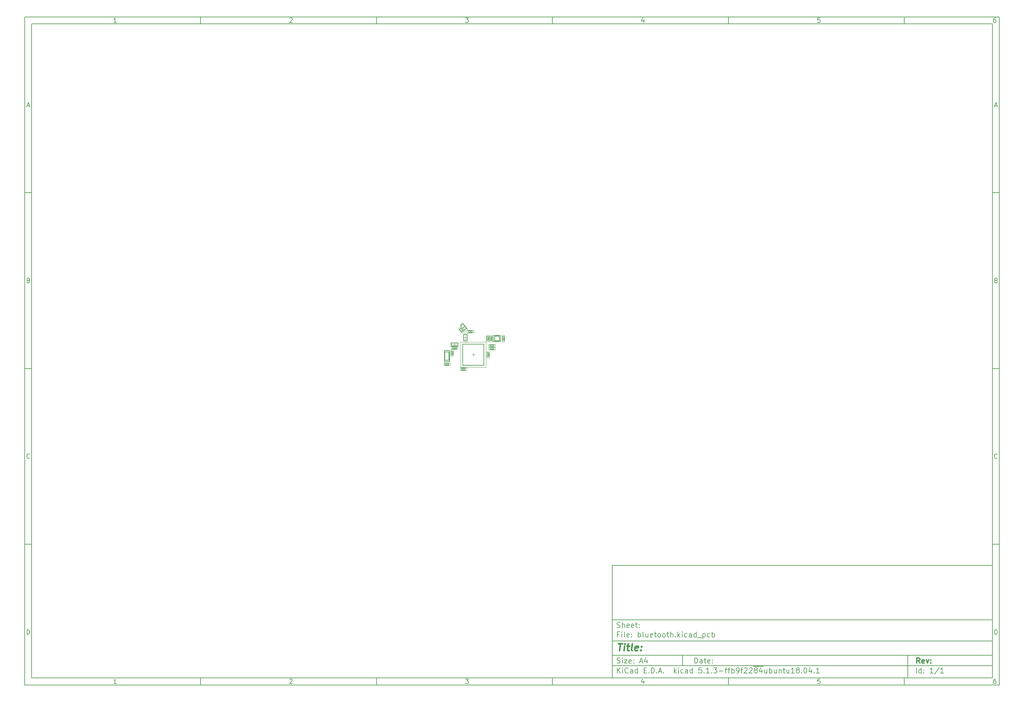
<source format=gbr>
%TF.GenerationSoftware,KiCad,Pcbnew,5.1.3-ffb9f22~84~ubuntu18.04.1*%
%TF.CreationDate,2019-07-25T20:39:45+03:00*%
%TF.ProjectId,bluetooth,626c7565-746f-46f7-9468-2e6b69636164,rev?*%
%TF.SameCoordinates,Original*%
%TF.FileFunction,Other,User*%
%FSLAX45Y45*%
G04 Gerber Fmt 4.5, Leading zero omitted, Abs format (unit mm)*
G04 Created by KiCad (PCBNEW 5.1.3-ffb9f22~84~ubuntu18.04.1) date 2019-07-25 20:39:45*
%MOMM*%
%LPD*%
G04 APERTURE LIST*
%ADD10C,0.100000*%
%ADD11C,0.150000*%
%ADD12C,0.300000*%
%ADD13C,0.400000*%
%ADD14C,0.200000*%
G04 APERTURE END LIST*
D10*
D11*
X17700220Y-16600720D02*
X17700220Y-19800720D01*
X28500220Y-19800720D01*
X28500220Y-16600720D01*
X17700220Y-16600720D01*
D10*
D11*
X1000000Y-1000000D02*
X1000000Y-20000720D01*
X28700220Y-20000720D01*
X28700220Y-1000000D01*
X1000000Y-1000000D01*
D10*
D11*
X1200000Y-1200000D02*
X1200000Y-19800720D01*
X28500220Y-19800720D01*
X28500220Y-1200000D01*
X1200000Y-1200000D01*
D10*
D11*
X6000000Y-1200000D02*
X6000000Y-1000000D01*
D10*
D11*
X11000000Y-1200000D02*
X11000000Y-1000000D01*
D10*
D11*
X16000000Y-1200000D02*
X16000000Y-1000000D01*
D10*
D11*
X21000000Y-1200000D02*
X21000000Y-1000000D01*
D10*
D11*
X26000000Y-1200000D02*
X26000000Y-1000000D01*
D10*
D11*
X3606548Y-1158810D02*
X3532262Y-1158810D01*
X3569405Y-1158810D02*
X3569405Y-1028809D01*
X3557024Y-1047381D01*
X3544643Y-1059762D01*
X3532262Y-1065952D01*
D10*
D11*
X8532262Y-1041190D02*
X8538452Y-1035000D01*
X8550833Y-1028809D01*
X8581786Y-1028809D01*
X8594167Y-1035000D01*
X8600357Y-1041190D01*
X8606548Y-1053571D01*
X8606548Y-1065952D01*
X8600357Y-1084524D01*
X8526071Y-1158810D01*
X8606548Y-1158810D01*
D10*
D11*
X13526071Y-1028809D02*
X13606548Y-1028809D01*
X13563214Y-1078333D01*
X13581786Y-1078333D01*
X13594167Y-1084524D01*
X13600357Y-1090714D01*
X13606548Y-1103095D01*
X13606548Y-1134048D01*
X13600357Y-1146429D01*
X13594167Y-1152619D01*
X13581786Y-1158810D01*
X13544643Y-1158810D01*
X13532262Y-1152619D01*
X13526071Y-1146429D01*
D10*
D11*
X18594167Y-1072143D02*
X18594167Y-1158810D01*
X18563214Y-1022619D02*
X18532262Y-1115476D01*
X18612738Y-1115476D01*
D10*
D11*
X23600357Y-1028809D02*
X23538452Y-1028809D01*
X23532262Y-1090714D01*
X23538452Y-1084524D01*
X23550833Y-1078333D01*
X23581786Y-1078333D01*
X23594167Y-1084524D01*
X23600357Y-1090714D01*
X23606548Y-1103095D01*
X23606548Y-1134048D01*
X23600357Y-1146429D01*
X23594167Y-1152619D01*
X23581786Y-1158810D01*
X23550833Y-1158810D01*
X23538452Y-1152619D01*
X23532262Y-1146429D01*
D10*
D11*
X28594167Y-1028809D02*
X28569405Y-1028809D01*
X28557024Y-1035000D01*
X28550833Y-1041190D01*
X28538452Y-1059762D01*
X28532262Y-1084524D01*
X28532262Y-1134048D01*
X28538452Y-1146429D01*
X28544643Y-1152619D01*
X28557024Y-1158810D01*
X28581786Y-1158810D01*
X28594167Y-1152619D01*
X28600357Y-1146429D01*
X28606548Y-1134048D01*
X28606548Y-1103095D01*
X28600357Y-1090714D01*
X28594167Y-1084524D01*
X28581786Y-1078333D01*
X28557024Y-1078333D01*
X28544643Y-1084524D01*
X28538452Y-1090714D01*
X28532262Y-1103095D01*
D10*
D11*
X6000000Y-19800720D02*
X6000000Y-20000720D01*
D10*
D11*
X11000000Y-19800720D02*
X11000000Y-20000720D01*
D10*
D11*
X16000000Y-19800720D02*
X16000000Y-20000720D01*
D10*
D11*
X21000000Y-19800720D02*
X21000000Y-20000720D01*
D10*
D11*
X26000000Y-19800720D02*
X26000000Y-20000720D01*
D10*
D11*
X3606548Y-19959530D02*
X3532262Y-19959530D01*
X3569405Y-19959530D02*
X3569405Y-19829530D01*
X3557024Y-19848101D01*
X3544643Y-19860482D01*
X3532262Y-19866672D01*
D10*
D11*
X8532262Y-19841910D02*
X8538452Y-19835720D01*
X8550833Y-19829530D01*
X8581786Y-19829530D01*
X8594167Y-19835720D01*
X8600357Y-19841910D01*
X8606548Y-19854291D01*
X8606548Y-19866672D01*
X8600357Y-19885244D01*
X8526071Y-19959530D01*
X8606548Y-19959530D01*
D10*
D11*
X13526071Y-19829530D02*
X13606548Y-19829530D01*
X13563214Y-19879053D01*
X13581786Y-19879053D01*
X13594167Y-19885244D01*
X13600357Y-19891434D01*
X13606548Y-19903815D01*
X13606548Y-19934768D01*
X13600357Y-19947149D01*
X13594167Y-19953339D01*
X13581786Y-19959530D01*
X13544643Y-19959530D01*
X13532262Y-19953339D01*
X13526071Y-19947149D01*
D10*
D11*
X18594167Y-19872863D02*
X18594167Y-19959530D01*
X18563214Y-19823339D02*
X18532262Y-19916196D01*
X18612738Y-19916196D01*
D10*
D11*
X23600357Y-19829530D02*
X23538452Y-19829530D01*
X23532262Y-19891434D01*
X23538452Y-19885244D01*
X23550833Y-19879053D01*
X23581786Y-19879053D01*
X23594167Y-19885244D01*
X23600357Y-19891434D01*
X23606548Y-19903815D01*
X23606548Y-19934768D01*
X23600357Y-19947149D01*
X23594167Y-19953339D01*
X23581786Y-19959530D01*
X23550833Y-19959530D01*
X23538452Y-19953339D01*
X23532262Y-19947149D01*
D10*
D11*
X28594167Y-19829530D02*
X28569405Y-19829530D01*
X28557024Y-19835720D01*
X28550833Y-19841910D01*
X28538452Y-19860482D01*
X28532262Y-19885244D01*
X28532262Y-19934768D01*
X28538452Y-19947149D01*
X28544643Y-19953339D01*
X28557024Y-19959530D01*
X28581786Y-19959530D01*
X28594167Y-19953339D01*
X28600357Y-19947149D01*
X28606548Y-19934768D01*
X28606548Y-19903815D01*
X28600357Y-19891434D01*
X28594167Y-19885244D01*
X28581786Y-19879053D01*
X28557024Y-19879053D01*
X28544643Y-19885244D01*
X28538452Y-19891434D01*
X28532262Y-19903815D01*
D10*
D11*
X1000000Y-6000000D02*
X1200000Y-6000000D01*
D10*
D11*
X1000000Y-11000000D02*
X1200000Y-11000000D01*
D10*
D11*
X1000000Y-16000000D02*
X1200000Y-16000000D01*
D10*
D11*
X1069048Y-3521667D02*
X1130952Y-3521667D01*
X1056667Y-3558809D02*
X1100000Y-3428809D01*
X1143333Y-3558809D01*
D10*
D11*
X1109286Y-8490714D02*
X1127857Y-8496905D01*
X1134048Y-8503095D01*
X1140238Y-8515476D01*
X1140238Y-8534048D01*
X1134048Y-8546429D01*
X1127857Y-8552619D01*
X1115476Y-8558810D01*
X1065952Y-8558810D01*
X1065952Y-8428810D01*
X1109286Y-8428810D01*
X1121667Y-8435000D01*
X1127857Y-8441190D01*
X1134048Y-8453571D01*
X1134048Y-8465952D01*
X1127857Y-8478333D01*
X1121667Y-8484524D01*
X1109286Y-8490714D01*
X1065952Y-8490714D01*
D10*
D11*
X1140238Y-13546428D02*
X1134048Y-13552619D01*
X1115476Y-13558809D01*
X1103095Y-13558809D01*
X1084524Y-13552619D01*
X1072143Y-13540238D01*
X1065952Y-13527857D01*
X1059762Y-13503095D01*
X1059762Y-13484524D01*
X1065952Y-13459762D01*
X1072143Y-13447381D01*
X1084524Y-13435000D01*
X1103095Y-13428809D01*
X1115476Y-13428809D01*
X1134048Y-13435000D01*
X1140238Y-13441190D01*
D10*
D11*
X1065952Y-18558810D02*
X1065952Y-18428810D01*
X1096905Y-18428810D01*
X1115476Y-18435000D01*
X1127857Y-18447381D01*
X1134048Y-18459762D01*
X1140238Y-18484524D01*
X1140238Y-18503095D01*
X1134048Y-18527857D01*
X1127857Y-18540238D01*
X1115476Y-18552619D01*
X1096905Y-18558810D01*
X1065952Y-18558810D01*
D10*
D11*
X28700220Y-6000000D02*
X28500220Y-6000000D01*
D10*
D11*
X28700220Y-11000000D02*
X28500220Y-11000000D01*
D10*
D11*
X28700220Y-16000000D02*
X28500220Y-16000000D01*
D10*
D11*
X28569268Y-3521667D02*
X28631172Y-3521667D01*
X28556887Y-3558809D02*
X28600220Y-3428809D01*
X28643553Y-3558809D01*
D10*
D11*
X28609506Y-8490714D02*
X28628077Y-8496905D01*
X28634268Y-8503095D01*
X28640458Y-8515476D01*
X28640458Y-8534048D01*
X28634268Y-8546429D01*
X28628077Y-8552619D01*
X28615696Y-8558810D01*
X28566172Y-8558810D01*
X28566172Y-8428810D01*
X28609506Y-8428810D01*
X28621887Y-8435000D01*
X28628077Y-8441190D01*
X28634268Y-8453571D01*
X28634268Y-8465952D01*
X28628077Y-8478333D01*
X28621887Y-8484524D01*
X28609506Y-8490714D01*
X28566172Y-8490714D01*
D10*
D11*
X28640458Y-13546428D02*
X28634268Y-13552619D01*
X28615696Y-13558809D01*
X28603315Y-13558809D01*
X28584744Y-13552619D01*
X28572363Y-13540238D01*
X28566172Y-13527857D01*
X28559982Y-13503095D01*
X28559982Y-13484524D01*
X28566172Y-13459762D01*
X28572363Y-13447381D01*
X28584744Y-13435000D01*
X28603315Y-13428809D01*
X28615696Y-13428809D01*
X28634268Y-13435000D01*
X28640458Y-13441190D01*
D10*
D11*
X28566172Y-18558810D02*
X28566172Y-18428810D01*
X28597125Y-18428810D01*
X28615696Y-18435000D01*
X28628077Y-18447381D01*
X28634268Y-18459762D01*
X28640458Y-18484524D01*
X28640458Y-18503095D01*
X28634268Y-18527857D01*
X28628077Y-18540238D01*
X28615696Y-18552619D01*
X28597125Y-18558810D01*
X28566172Y-18558810D01*
D10*
D11*
X20043434Y-19378577D02*
X20043434Y-19228577D01*
X20079149Y-19228577D01*
X20100577Y-19235720D01*
X20114863Y-19250006D01*
X20122006Y-19264291D01*
X20129149Y-19292863D01*
X20129149Y-19314291D01*
X20122006Y-19342863D01*
X20114863Y-19357149D01*
X20100577Y-19371434D01*
X20079149Y-19378577D01*
X20043434Y-19378577D01*
X20257720Y-19378577D02*
X20257720Y-19300006D01*
X20250577Y-19285720D01*
X20236291Y-19278577D01*
X20207720Y-19278577D01*
X20193434Y-19285720D01*
X20257720Y-19371434D02*
X20243434Y-19378577D01*
X20207720Y-19378577D01*
X20193434Y-19371434D01*
X20186291Y-19357149D01*
X20186291Y-19342863D01*
X20193434Y-19328577D01*
X20207720Y-19321434D01*
X20243434Y-19321434D01*
X20257720Y-19314291D01*
X20307720Y-19278577D02*
X20364863Y-19278577D01*
X20329149Y-19228577D02*
X20329149Y-19357149D01*
X20336291Y-19371434D01*
X20350577Y-19378577D01*
X20364863Y-19378577D01*
X20472006Y-19371434D02*
X20457720Y-19378577D01*
X20429149Y-19378577D01*
X20414863Y-19371434D01*
X20407720Y-19357149D01*
X20407720Y-19300006D01*
X20414863Y-19285720D01*
X20429149Y-19278577D01*
X20457720Y-19278577D01*
X20472006Y-19285720D01*
X20479149Y-19300006D01*
X20479149Y-19314291D01*
X20407720Y-19328577D01*
X20543434Y-19364291D02*
X20550577Y-19371434D01*
X20543434Y-19378577D01*
X20536291Y-19371434D01*
X20543434Y-19364291D01*
X20543434Y-19378577D01*
X20543434Y-19285720D02*
X20550577Y-19292863D01*
X20543434Y-19300006D01*
X20536291Y-19292863D01*
X20543434Y-19285720D01*
X20543434Y-19300006D01*
D10*
D11*
X17700220Y-19450720D02*
X28500220Y-19450720D01*
D10*
D11*
X17843434Y-19658577D02*
X17843434Y-19508577D01*
X17929149Y-19658577D02*
X17864863Y-19572863D01*
X17929149Y-19508577D02*
X17843434Y-19594291D01*
X17993434Y-19658577D02*
X17993434Y-19558577D01*
X17993434Y-19508577D02*
X17986291Y-19515720D01*
X17993434Y-19522863D01*
X18000577Y-19515720D01*
X17993434Y-19508577D01*
X17993434Y-19522863D01*
X18150577Y-19644291D02*
X18143434Y-19651434D01*
X18122006Y-19658577D01*
X18107720Y-19658577D01*
X18086291Y-19651434D01*
X18072006Y-19637149D01*
X18064863Y-19622863D01*
X18057720Y-19594291D01*
X18057720Y-19572863D01*
X18064863Y-19544291D01*
X18072006Y-19530006D01*
X18086291Y-19515720D01*
X18107720Y-19508577D01*
X18122006Y-19508577D01*
X18143434Y-19515720D01*
X18150577Y-19522863D01*
X18279149Y-19658577D02*
X18279149Y-19580006D01*
X18272006Y-19565720D01*
X18257720Y-19558577D01*
X18229149Y-19558577D01*
X18214863Y-19565720D01*
X18279149Y-19651434D02*
X18264863Y-19658577D01*
X18229149Y-19658577D01*
X18214863Y-19651434D01*
X18207720Y-19637149D01*
X18207720Y-19622863D01*
X18214863Y-19608577D01*
X18229149Y-19601434D01*
X18264863Y-19601434D01*
X18279149Y-19594291D01*
X18414863Y-19658577D02*
X18414863Y-19508577D01*
X18414863Y-19651434D02*
X18400577Y-19658577D01*
X18372006Y-19658577D01*
X18357720Y-19651434D01*
X18350577Y-19644291D01*
X18343434Y-19630006D01*
X18343434Y-19587149D01*
X18350577Y-19572863D01*
X18357720Y-19565720D01*
X18372006Y-19558577D01*
X18400577Y-19558577D01*
X18414863Y-19565720D01*
X18600577Y-19580006D02*
X18650577Y-19580006D01*
X18672006Y-19658577D02*
X18600577Y-19658577D01*
X18600577Y-19508577D01*
X18672006Y-19508577D01*
X18736291Y-19644291D02*
X18743434Y-19651434D01*
X18736291Y-19658577D01*
X18729149Y-19651434D01*
X18736291Y-19644291D01*
X18736291Y-19658577D01*
X18807720Y-19658577D02*
X18807720Y-19508577D01*
X18843434Y-19508577D01*
X18864863Y-19515720D01*
X18879149Y-19530006D01*
X18886291Y-19544291D01*
X18893434Y-19572863D01*
X18893434Y-19594291D01*
X18886291Y-19622863D01*
X18879149Y-19637149D01*
X18864863Y-19651434D01*
X18843434Y-19658577D01*
X18807720Y-19658577D01*
X18957720Y-19644291D02*
X18964863Y-19651434D01*
X18957720Y-19658577D01*
X18950577Y-19651434D01*
X18957720Y-19644291D01*
X18957720Y-19658577D01*
X19022006Y-19615720D02*
X19093434Y-19615720D01*
X19007720Y-19658577D02*
X19057720Y-19508577D01*
X19107720Y-19658577D01*
X19157720Y-19644291D02*
X19164863Y-19651434D01*
X19157720Y-19658577D01*
X19150577Y-19651434D01*
X19157720Y-19644291D01*
X19157720Y-19658577D01*
X19457720Y-19658577D02*
X19457720Y-19508577D01*
X19472006Y-19601434D02*
X19514863Y-19658577D01*
X19514863Y-19558577D02*
X19457720Y-19615720D01*
X19579149Y-19658577D02*
X19579149Y-19558577D01*
X19579149Y-19508577D02*
X19572006Y-19515720D01*
X19579149Y-19522863D01*
X19586291Y-19515720D01*
X19579149Y-19508577D01*
X19579149Y-19522863D01*
X19714863Y-19651434D02*
X19700577Y-19658577D01*
X19672006Y-19658577D01*
X19657720Y-19651434D01*
X19650577Y-19644291D01*
X19643434Y-19630006D01*
X19643434Y-19587149D01*
X19650577Y-19572863D01*
X19657720Y-19565720D01*
X19672006Y-19558577D01*
X19700577Y-19558577D01*
X19714863Y-19565720D01*
X19843434Y-19658577D02*
X19843434Y-19580006D01*
X19836291Y-19565720D01*
X19822006Y-19558577D01*
X19793434Y-19558577D01*
X19779149Y-19565720D01*
X19843434Y-19651434D02*
X19829149Y-19658577D01*
X19793434Y-19658577D01*
X19779149Y-19651434D01*
X19772006Y-19637149D01*
X19772006Y-19622863D01*
X19779149Y-19608577D01*
X19793434Y-19601434D01*
X19829149Y-19601434D01*
X19843434Y-19594291D01*
X19979149Y-19658577D02*
X19979149Y-19508577D01*
X19979149Y-19651434D02*
X19964863Y-19658577D01*
X19936291Y-19658577D01*
X19922006Y-19651434D01*
X19914863Y-19644291D01*
X19907720Y-19630006D01*
X19907720Y-19587149D01*
X19914863Y-19572863D01*
X19922006Y-19565720D01*
X19936291Y-19558577D01*
X19964863Y-19558577D01*
X19979149Y-19565720D01*
X20236291Y-19508577D02*
X20164863Y-19508577D01*
X20157720Y-19580006D01*
X20164863Y-19572863D01*
X20179149Y-19565720D01*
X20214863Y-19565720D01*
X20229149Y-19572863D01*
X20236291Y-19580006D01*
X20243434Y-19594291D01*
X20243434Y-19630006D01*
X20236291Y-19644291D01*
X20229149Y-19651434D01*
X20214863Y-19658577D01*
X20179149Y-19658577D01*
X20164863Y-19651434D01*
X20157720Y-19644291D01*
X20307720Y-19644291D02*
X20314863Y-19651434D01*
X20307720Y-19658577D01*
X20300577Y-19651434D01*
X20307720Y-19644291D01*
X20307720Y-19658577D01*
X20457720Y-19658577D02*
X20372006Y-19658577D01*
X20414863Y-19658577D02*
X20414863Y-19508577D01*
X20400577Y-19530006D01*
X20386291Y-19544291D01*
X20372006Y-19551434D01*
X20522006Y-19644291D02*
X20529149Y-19651434D01*
X20522006Y-19658577D01*
X20514863Y-19651434D01*
X20522006Y-19644291D01*
X20522006Y-19658577D01*
X20579149Y-19508577D02*
X20672006Y-19508577D01*
X20622006Y-19565720D01*
X20643434Y-19565720D01*
X20657720Y-19572863D01*
X20664863Y-19580006D01*
X20672006Y-19594291D01*
X20672006Y-19630006D01*
X20664863Y-19644291D01*
X20657720Y-19651434D01*
X20643434Y-19658577D01*
X20600577Y-19658577D01*
X20586291Y-19651434D01*
X20579149Y-19644291D01*
X20736291Y-19601434D02*
X20850577Y-19601434D01*
X20900577Y-19558577D02*
X20957720Y-19558577D01*
X20922006Y-19658577D02*
X20922006Y-19530006D01*
X20929149Y-19515720D01*
X20943434Y-19508577D01*
X20957720Y-19508577D01*
X20986291Y-19558577D02*
X21043434Y-19558577D01*
X21007720Y-19658577D02*
X21007720Y-19530006D01*
X21014863Y-19515720D01*
X21029149Y-19508577D01*
X21043434Y-19508577D01*
X21093434Y-19658577D02*
X21093434Y-19508577D01*
X21093434Y-19565720D02*
X21107720Y-19558577D01*
X21136291Y-19558577D01*
X21150577Y-19565720D01*
X21157720Y-19572863D01*
X21164863Y-19587149D01*
X21164863Y-19630006D01*
X21157720Y-19644291D01*
X21150577Y-19651434D01*
X21136291Y-19658577D01*
X21107720Y-19658577D01*
X21093434Y-19651434D01*
X21236291Y-19658577D02*
X21264863Y-19658577D01*
X21279149Y-19651434D01*
X21286291Y-19644291D01*
X21300577Y-19622863D01*
X21307720Y-19594291D01*
X21307720Y-19537149D01*
X21300577Y-19522863D01*
X21293434Y-19515720D01*
X21279149Y-19508577D01*
X21250577Y-19508577D01*
X21236291Y-19515720D01*
X21229149Y-19522863D01*
X21222006Y-19537149D01*
X21222006Y-19572863D01*
X21229149Y-19587149D01*
X21236291Y-19594291D01*
X21250577Y-19601434D01*
X21279149Y-19601434D01*
X21293434Y-19594291D01*
X21300577Y-19587149D01*
X21307720Y-19572863D01*
X21350577Y-19558577D02*
X21407720Y-19558577D01*
X21372006Y-19658577D02*
X21372006Y-19530006D01*
X21379149Y-19515720D01*
X21393434Y-19508577D01*
X21407720Y-19508577D01*
X21450577Y-19522863D02*
X21457720Y-19515720D01*
X21472006Y-19508577D01*
X21507720Y-19508577D01*
X21522006Y-19515720D01*
X21529149Y-19522863D01*
X21536291Y-19537149D01*
X21536291Y-19551434D01*
X21529149Y-19572863D01*
X21443434Y-19658577D01*
X21536291Y-19658577D01*
X21593434Y-19522863D02*
X21600577Y-19515720D01*
X21614863Y-19508577D01*
X21650577Y-19508577D01*
X21664863Y-19515720D01*
X21672006Y-19522863D01*
X21679149Y-19537149D01*
X21679149Y-19551434D01*
X21672006Y-19572863D01*
X21586291Y-19658577D01*
X21679149Y-19658577D01*
X21707720Y-19467720D02*
X21850577Y-19467720D01*
X21764863Y-19572863D02*
X21750577Y-19565720D01*
X21743434Y-19558577D01*
X21736291Y-19544291D01*
X21736291Y-19537149D01*
X21743434Y-19522863D01*
X21750577Y-19515720D01*
X21764863Y-19508577D01*
X21793434Y-19508577D01*
X21807720Y-19515720D01*
X21814863Y-19522863D01*
X21822006Y-19537149D01*
X21822006Y-19544291D01*
X21814863Y-19558577D01*
X21807720Y-19565720D01*
X21793434Y-19572863D01*
X21764863Y-19572863D01*
X21750577Y-19580006D01*
X21743434Y-19587149D01*
X21736291Y-19601434D01*
X21736291Y-19630006D01*
X21743434Y-19644291D01*
X21750577Y-19651434D01*
X21764863Y-19658577D01*
X21793434Y-19658577D01*
X21807720Y-19651434D01*
X21814863Y-19644291D01*
X21822006Y-19630006D01*
X21822006Y-19601434D01*
X21814863Y-19587149D01*
X21807720Y-19580006D01*
X21793434Y-19572863D01*
X21850577Y-19467720D02*
X21993434Y-19467720D01*
X21950577Y-19558577D02*
X21950577Y-19658577D01*
X21914863Y-19501434D02*
X21879149Y-19608577D01*
X21972006Y-19608577D01*
X22093434Y-19558577D02*
X22093434Y-19658577D01*
X22029149Y-19558577D02*
X22029149Y-19637149D01*
X22036291Y-19651434D01*
X22050577Y-19658577D01*
X22072006Y-19658577D01*
X22086291Y-19651434D01*
X22093434Y-19644291D01*
X22164863Y-19658577D02*
X22164863Y-19508577D01*
X22164863Y-19565720D02*
X22179149Y-19558577D01*
X22207720Y-19558577D01*
X22222006Y-19565720D01*
X22229149Y-19572863D01*
X22236291Y-19587149D01*
X22236291Y-19630006D01*
X22229149Y-19644291D01*
X22222006Y-19651434D01*
X22207720Y-19658577D01*
X22179149Y-19658577D01*
X22164863Y-19651434D01*
X22364863Y-19558577D02*
X22364863Y-19658577D01*
X22300577Y-19558577D02*
X22300577Y-19637149D01*
X22307720Y-19651434D01*
X22322006Y-19658577D01*
X22343434Y-19658577D01*
X22357720Y-19651434D01*
X22364863Y-19644291D01*
X22436291Y-19558577D02*
X22436291Y-19658577D01*
X22436291Y-19572863D02*
X22443434Y-19565720D01*
X22457720Y-19558577D01*
X22479148Y-19558577D01*
X22493434Y-19565720D01*
X22500577Y-19580006D01*
X22500577Y-19658577D01*
X22550577Y-19558577D02*
X22607720Y-19558577D01*
X22572006Y-19508577D02*
X22572006Y-19637149D01*
X22579148Y-19651434D01*
X22593434Y-19658577D01*
X22607720Y-19658577D01*
X22722006Y-19558577D02*
X22722006Y-19658577D01*
X22657720Y-19558577D02*
X22657720Y-19637149D01*
X22664863Y-19651434D01*
X22679148Y-19658577D01*
X22700577Y-19658577D01*
X22714863Y-19651434D01*
X22722006Y-19644291D01*
X22872006Y-19658577D02*
X22786291Y-19658577D01*
X22829148Y-19658577D02*
X22829148Y-19508577D01*
X22814863Y-19530006D01*
X22800577Y-19544291D01*
X22786291Y-19551434D01*
X22957720Y-19572863D02*
X22943434Y-19565720D01*
X22936291Y-19558577D01*
X22929148Y-19544291D01*
X22929148Y-19537149D01*
X22936291Y-19522863D01*
X22943434Y-19515720D01*
X22957720Y-19508577D01*
X22986291Y-19508577D01*
X23000577Y-19515720D01*
X23007720Y-19522863D01*
X23014863Y-19537149D01*
X23014863Y-19544291D01*
X23007720Y-19558577D01*
X23000577Y-19565720D01*
X22986291Y-19572863D01*
X22957720Y-19572863D01*
X22943434Y-19580006D01*
X22936291Y-19587149D01*
X22929148Y-19601434D01*
X22929148Y-19630006D01*
X22936291Y-19644291D01*
X22943434Y-19651434D01*
X22957720Y-19658577D01*
X22986291Y-19658577D01*
X23000577Y-19651434D01*
X23007720Y-19644291D01*
X23014863Y-19630006D01*
X23014863Y-19601434D01*
X23007720Y-19587149D01*
X23000577Y-19580006D01*
X22986291Y-19572863D01*
X23079148Y-19644291D02*
X23086291Y-19651434D01*
X23079148Y-19658577D01*
X23072006Y-19651434D01*
X23079148Y-19644291D01*
X23079148Y-19658577D01*
X23179148Y-19508577D02*
X23193434Y-19508577D01*
X23207720Y-19515720D01*
X23214863Y-19522863D01*
X23222006Y-19537149D01*
X23229148Y-19565720D01*
X23229148Y-19601434D01*
X23222006Y-19630006D01*
X23214863Y-19644291D01*
X23207720Y-19651434D01*
X23193434Y-19658577D01*
X23179148Y-19658577D01*
X23164863Y-19651434D01*
X23157720Y-19644291D01*
X23150577Y-19630006D01*
X23143434Y-19601434D01*
X23143434Y-19565720D01*
X23150577Y-19537149D01*
X23157720Y-19522863D01*
X23164863Y-19515720D01*
X23179148Y-19508577D01*
X23357720Y-19558577D02*
X23357720Y-19658577D01*
X23322006Y-19501434D02*
X23286291Y-19608577D01*
X23379148Y-19608577D01*
X23436291Y-19644291D02*
X23443434Y-19651434D01*
X23436291Y-19658577D01*
X23429148Y-19651434D01*
X23436291Y-19644291D01*
X23436291Y-19658577D01*
X23586291Y-19658577D02*
X23500577Y-19658577D01*
X23543434Y-19658577D02*
X23543434Y-19508577D01*
X23529148Y-19530006D01*
X23514863Y-19544291D01*
X23500577Y-19551434D01*
D10*
D11*
X17700220Y-19150720D02*
X28500220Y-19150720D01*
D10*
D12*
X26441148Y-19378577D02*
X26391148Y-19307149D01*
X26355434Y-19378577D02*
X26355434Y-19228577D01*
X26412577Y-19228577D01*
X26426863Y-19235720D01*
X26434006Y-19242863D01*
X26441148Y-19257149D01*
X26441148Y-19278577D01*
X26434006Y-19292863D01*
X26426863Y-19300006D01*
X26412577Y-19307149D01*
X26355434Y-19307149D01*
X26562577Y-19371434D02*
X26548291Y-19378577D01*
X26519720Y-19378577D01*
X26505434Y-19371434D01*
X26498291Y-19357149D01*
X26498291Y-19300006D01*
X26505434Y-19285720D01*
X26519720Y-19278577D01*
X26548291Y-19278577D01*
X26562577Y-19285720D01*
X26569720Y-19300006D01*
X26569720Y-19314291D01*
X26498291Y-19328577D01*
X26619720Y-19278577D02*
X26655434Y-19378577D01*
X26691148Y-19278577D01*
X26748291Y-19364291D02*
X26755434Y-19371434D01*
X26748291Y-19378577D01*
X26741148Y-19371434D01*
X26748291Y-19364291D01*
X26748291Y-19378577D01*
X26748291Y-19285720D02*
X26755434Y-19292863D01*
X26748291Y-19300006D01*
X26741148Y-19292863D01*
X26748291Y-19285720D01*
X26748291Y-19300006D01*
D10*
D11*
X17836291Y-19371434D02*
X17857720Y-19378577D01*
X17893434Y-19378577D01*
X17907720Y-19371434D01*
X17914863Y-19364291D01*
X17922006Y-19350006D01*
X17922006Y-19335720D01*
X17914863Y-19321434D01*
X17907720Y-19314291D01*
X17893434Y-19307149D01*
X17864863Y-19300006D01*
X17850577Y-19292863D01*
X17843434Y-19285720D01*
X17836291Y-19271434D01*
X17836291Y-19257149D01*
X17843434Y-19242863D01*
X17850577Y-19235720D01*
X17864863Y-19228577D01*
X17900577Y-19228577D01*
X17922006Y-19235720D01*
X17986291Y-19378577D02*
X17986291Y-19278577D01*
X17986291Y-19228577D02*
X17979149Y-19235720D01*
X17986291Y-19242863D01*
X17993434Y-19235720D01*
X17986291Y-19228577D01*
X17986291Y-19242863D01*
X18043434Y-19278577D02*
X18122006Y-19278577D01*
X18043434Y-19378577D01*
X18122006Y-19378577D01*
X18236291Y-19371434D02*
X18222006Y-19378577D01*
X18193434Y-19378577D01*
X18179149Y-19371434D01*
X18172006Y-19357149D01*
X18172006Y-19300006D01*
X18179149Y-19285720D01*
X18193434Y-19278577D01*
X18222006Y-19278577D01*
X18236291Y-19285720D01*
X18243434Y-19300006D01*
X18243434Y-19314291D01*
X18172006Y-19328577D01*
X18307720Y-19364291D02*
X18314863Y-19371434D01*
X18307720Y-19378577D01*
X18300577Y-19371434D01*
X18307720Y-19364291D01*
X18307720Y-19378577D01*
X18307720Y-19285720D02*
X18314863Y-19292863D01*
X18307720Y-19300006D01*
X18300577Y-19292863D01*
X18307720Y-19285720D01*
X18307720Y-19300006D01*
X18486291Y-19335720D02*
X18557720Y-19335720D01*
X18472006Y-19378577D02*
X18522006Y-19228577D01*
X18572006Y-19378577D01*
X18686291Y-19278577D02*
X18686291Y-19378577D01*
X18650577Y-19221434D02*
X18614863Y-19328577D01*
X18707720Y-19328577D01*
D10*
D11*
X26343434Y-19658577D02*
X26343434Y-19508577D01*
X26479148Y-19658577D02*
X26479148Y-19508577D01*
X26479148Y-19651434D02*
X26464863Y-19658577D01*
X26436291Y-19658577D01*
X26422006Y-19651434D01*
X26414863Y-19644291D01*
X26407720Y-19630006D01*
X26407720Y-19587149D01*
X26414863Y-19572863D01*
X26422006Y-19565720D01*
X26436291Y-19558577D01*
X26464863Y-19558577D01*
X26479148Y-19565720D01*
X26550577Y-19644291D02*
X26557720Y-19651434D01*
X26550577Y-19658577D01*
X26543434Y-19651434D01*
X26550577Y-19644291D01*
X26550577Y-19658577D01*
X26550577Y-19565720D02*
X26557720Y-19572863D01*
X26550577Y-19580006D01*
X26543434Y-19572863D01*
X26550577Y-19565720D01*
X26550577Y-19580006D01*
X26814863Y-19658577D02*
X26729148Y-19658577D01*
X26772006Y-19658577D02*
X26772006Y-19508577D01*
X26757720Y-19530006D01*
X26743434Y-19544291D01*
X26729148Y-19551434D01*
X26986291Y-19501434D02*
X26857720Y-19694291D01*
X27114863Y-19658577D02*
X27029148Y-19658577D01*
X27072006Y-19658577D02*
X27072006Y-19508577D01*
X27057720Y-19530006D01*
X27043434Y-19544291D01*
X27029148Y-19551434D01*
D10*
D11*
X17700220Y-18750720D02*
X28500220Y-18750720D01*
D10*
D13*
X17871458Y-18821196D02*
X17985744Y-18821196D01*
X17903601Y-19021196D02*
X17928601Y-18821196D01*
X18027410Y-19021196D02*
X18044077Y-18887863D01*
X18052410Y-18821196D02*
X18041696Y-18830720D01*
X18050030Y-18840244D01*
X18060744Y-18830720D01*
X18052410Y-18821196D01*
X18050030Y-18840244D01*
X18110744Y-18887863D02*
X18186934Y-18887863D01*
X18147649Y-18821196D02*
X18126220Y-18992625D01*
X18133363Y-19011672D01*
X18151220Y-19021196D01*
X18170268Y-19021196D01*
X18265506Y-19021196D02*
X18247649Y-19011672D01*
X18240506Y-18992625D01*
X18261934Y-18821196D01*
X18419077Y-19011672D02*
X18398839Y-19021196D01*
X18360744Y-19021196D01*
X18342887Y-19011672D01*
X18335744Y-18992625D01*
X18345268Y-18916434D01*
X18357172Y-18897387D01*
X18377410Y-18887863D01*
X18415506Y-18887863D01*
X18433363Y-18897387D01*
X18440506Y-18916434D01*
X18438125Y-18935482D01*
X18340506Y-18954530D01*
X18515506Y-19002149D02*
X18523839Y-19011672D01*
X18513125Y-19021196D01*
X18504791Y-19011672D01*
X18515506Y-19002149D01*
X18513125Y-19021196D01*
X18528601Y-18897387D02*
X18536934Y-18906910D01*
X18526220Y-18916434D01*
X18517887Y-18906910D01*
X18528601Y-18897387D01*
X18526220Y-18916434D01*
D10*
D11*
X17893434Y-18560006D02*
X17843434Y-18560006D01*
X17843434Y-18638577D02*
X17843434Y-18488577D01*
X17914863Y-18488577D01*
X17972006Y-18638577D02*
X17972006Y-18538577D01*
X17972006Y-18488577D02*
X17964863Y-18495720D01*
X17972006Y-18502863D01*
X17979149Y-18495720D01*
X17972006Y-18488577D01*
X17972006Y-18502863D01*
X18064863Y-18638577D02*
X18050577Y-18631434D01*
X18043434Y-18617149D01*
X18043434Y-18488577D01*
X18179149Y-18631434D02*
X18164863Y-18638577D01*
X18136291Y-18638577D01*
X18122006Y-18631434D01*
X18114863Y-18617149D01*
X18114863Y-18560006D01*
X18122006Y-18545720D01*
X18136291Y-18538577D01*
X18164863Y-18538577D01*
X18179149Y-18545720D01*
X18186291Y-18560006D01*
X18186291Y-18574291D01*
X18114863Y-18588577D01*
X18250577Y-18624291D02*
X18257720Y-18631434D01*
X18250577Y-18638577D01*
X18243434Y-18631434D01*
X18250577Y-18624291D01*
X18250577Y-18638577D01*
X18250577Y-18545720D02*
X18257720Y-18552863D01*
X18250577Y-18560006D01*
X18243434Y-18552863D01*
X18250577Y-18545720D01*
X18250577Y-18560006D01*
X18436291Y-18638577D02*
X18436291Y-18488577D01*
X18436291Y-18545720D02*
X18450577Y-18538577D01*
X18479149Y-18538577D01*
X18493434Y-18545720D01*
X18500577Y-18552863D01*
X18507720Y-18567149D01*
X18507720Y-18610006D01*
X18500577Y-18624291D01*
X18493434Y-18631434D01*
X18479149Y-18638577D01*
X18450577Y-18638577D01*
X18436291Y-18631434D01*
X18593434Y-18638577D02*
X18579149Y-18631434D01*
X18572006Y-18617149D01*
X18572006Y-18488577D01*
X18714863Y-18538577D02*
X18714863Y-18638577D01*
X18650577Y-18538577D02*
X18650577Y-18617149D01*
X18657720Y-18631434D01*
X18672006Y-18638577D01*
X18693434Y-18638577D01*
X18707720Y-18631434D01*
X18714863Y-18624291D01*
X18843434Y-18631434D02*
X18829149Y-18638577D01*
X18800577Y-18638577D01*
X18786291Y-18631434D01*
X18779149Y-18617149D01*
X18779149Y-18560006D01*
X18786291Y-18545720D01*
X18800577Y-18538577D01*
X18829149Y-18538577D01*
X18843434Y-18545720D01*
X18850577Y-18560006D01*
X18850577Y-18574291D01*
X18779149Y-18588577D01*
X18893434Y-18538577D02*
X18950577Y-18538577D01*
X18914863Y-18488577D02*
X18914863Y-18617149D01*
X18922006Y-18631434D01*
X18936291Y-18638577D01*
X18950577Y-18638577D01*
X19022006Y-18638577D02*
X19007720Y-18631434D01*
X19000577Y-18624291D01*
X18993434Y-18610006D01*
X18993434Y-18567149D01*
X19000577Y-18552863D01*
X19007720Y-18545720D01*
X19022006Y-18538577D01*
X19043434Y-18538577D01*
X19057720Y-18545720D01*
X19064863Y-18552863D01*
X19072006Y-18567149D01*
X19072006Y-18610006D01*
X19064863Y-18624291D01*
X19057720Y-18631434D01*
X19043434Y-18638577D01*
X19022006Y-18638577D01*
X19157720Y-18638577D02*
X19143434Y-18631434D01*
X19136291Y-18624291D01*
X19129149Y-18610006D01*
X19129149Y-18567149D01*
X19136291Y-18552863D01*
X19143434Y-18545720D01*
X19157720Y-18538577D01*
X19179149Y-18538577D01*
X19193434Y-18545720D01*
X19200577Y-18552863D01*
X19207720Y-18567149D01*
X19207720Y-18610006D01*
X19200577Y-18624291D01*
X19193434Y-18631434D01*
X19179149Y-18638577D01*
X19157720Y-18638577D01*
X19250577Y-18538577D02*
X19307720Y-18538577D01*
X19272006Y-18488577D02*
X19272006Y-18617149D01*
X19279149Y-18631434D01*
X19293434Y-18638577D01*
X19307720Y-18638577D01*
X19357720Y-18638577D02*
X19357720Y-18488577D01*
X19422006Y-18638577D02*
X19422006Y-18560006D01*
X19414863Y-18545720D01*
X19400577Y-18538577D01*
X19379149Y-18538577D01*
X19364863Y-18545720D01*
X19357720Y-18552863D01*
X19493434Y-18624291D02*
X19500577Y-18631434D01*
X19493434Y-18638577D01*
X19486291Y-18631434D01*
X19493434Y-18624291D01*
X19493434Y-18638577D01*
X19564863Y-18638577D02*
X19564863Y-18488577D01*
X19579149Y-18581434D02*
X19622006Y-18638577D01*
X19622006Y-18538577D02*
X19564863Y-18595720D01*
X19686291Y-18638577D02*
X19686291Y-18538577D01*
X19686291Y-18488577D02*
X19679149Y-18495720D01*
X19686291Y-18502863D01*
X19693434Y-18495720D01*
X19686291Y-18488577D01*
X19686291Y-18502863D01*
X19822006Y-18631434D02*
X19807720Y-18638577D01*
X19779149Y-18638577D01*
X19764863Y-18631434D01*
X19757720Y-18624291D01*
X19750577Y-18610006D01*
X19750577Y-18567149D01*
X19757720Y-18552863D01*
X19764863Y-18545720D01*
X19779149Y-18538577D01*
X19807720Y-18538577D01*
X19822006Y-18545720D01*
X19950577Y-18638577D02*
X19950577Y-18560006D01*
X19943434Y-18545720D01*
X19929149Y-18538577D01*
X19900577Y-18538577D01*
X19886291Y-18545720D01*
X19950577Y-18631434D02*
X19936291Y-18638577D01*
X19900577Y-18638577D01*
X19886291Y-18631434D01*
X19879149Y-18617149D01*
X19879149Y-18602863D01*
X19886291Y-18588577D01*
X19900577Y-18581434D01*
X19936291Y-18581434D01*
X19950577Y-18574291D01*
X20086291Y-18638577D02*
X20086291Y-18488577D01*
X20086291Y-18631434D02*
X20072006Y-18638577D01*
X20043434Y-18638577D01*
X20029149Y-18631434D01*
X20022006Y-18624291D01*
X20014863Y-18610006D01*
X20014863Y-18567149D01*
X20022006Y-18552863D01*
X20029149Y-18545720D01*
X20043434Y-18538577D01*
X20072006Y-18538577D01*
X20086291Y-18545720D01*
X20122006Y-18652863D02*
X20236291Y-18652863D01*
X20272006Y-18538577D02*
X20272006Y-18688577D01*
X20272006Y-18545720D02*
X20286291Y-18538577D01*
X20314863Y-18538577D01*
X20329149Y-18545720D01*
X20336291Y-18552863D01*
X20343434Y-18567149D01*
X20343434Y-18610006D01*
X20336291Y-18624291D01*
X20329149Y-18631434D01*
X20314863Y-18638577D01*
X20286291Y-18638577D01*
X20272006Y-18631434D01*
X20472006Y-18631434D02*
X20457720Y-18638577D01*
X20429149Y-18638577D01*
X20414863Y-18631434D01*
X20407720Y-18624291D01*
X20400577Y-18610006D01*
X20400577Y-18567149D01*
X20407720Y-18552863D01*
X20414863Y-18545720D01*
X20429149Y-18538577D01*
X20457720Y-18538577D01*
X20472006Y-18545720D01*
X20536291Y-18638577D02*
X20536291Y-18488577D01*
X20536291Y-18545720D02*
X20550577Y-18538577D01*
X20579149Y-18538577D01*
X20593434Y-18545720D01*
X20600577Y-18552863D01*
X20607720Y-18567149D01*
X20607720Y-18610006D01*
X20600577Y-18624291D01*
X20593434Y-18631434D01*
X20579149Y-18638577D01*
X20550577Y-18638577D01*
X20536291Y-18631434D01*
D10*
D11*
X17700220Y-18150720D02*
X28500220Y-18150720D01*
D10*
D11*
X17836291Y-18361434D02*
X17857720Y-18368577D01*
X17893434Y-18368577D01*
X17907720Y-18361434D01*
X17914863Y-18354291D01*
X17922006Y-18340006D01*
X17922006Y-18325720D01*
X17914863Y-18311434D01*
X17907720Y-18304291D01*
X17893434Y-18297149D01*
X17864863Y-18290006D01*
X17850577Y-18282863D01*
X17843434Y-18275720D01*
X17836291Y-18261434D01*
X17836291Y-18247149D01*
X17843434Y-18232863D01*
X17850577Y-18225720D01*
X17864863Y-18218577D01*
X17900577Y-18218577D01*
X17922006Y-18225720D01*
X17986291Y-18368577D02*
X17986291Y-18218577D01*
X18050577Y-18368577D02*
X18050577Y-18290006D01*
X18043434Y-18275720D01*
X18029149Y-18268577D01*
X18007720Y-18268577D01*
X17993434Y-18275720D01*
X17986291Y-18282863D01*
X18179149Y-18361434D02*
X18164863Y-18368577D01*
X18136291Y-18368577D01*
X18122006Y-18361434D01*
X18114863Y-18347149D01*
X18114863Y-18290006D01*
X18122006Y-18275720D01*
X18136291Y-18268577D01*
X18164863Y-18268577D01*
X18179149Y-18275720D01*
X18186291Y-18290006D01*
X18186291Y-18304291D01*
X18114863Y-18318577D01*
X18307720Y-18361434D02*
X18293434Y-18368577D01*
X18264863Y-18368577D01*
X18250577Y-18361434D01*
X18243434Y-18347149D01*
X18243434Y-18290006D01*
X18250577Y-18275720D01*
X18264863Y-18268577D01*
X18293434Y-18268577D01*
X18307720Y-18275720D01*
X18314863Y-18290006D01*
X18314863Y-18304291D01*
X18243434Y-18318577D01*
X18357720Y-18268577D02*
X18414863Y-18268577D01*
X18379149Y-18218577D02*
X18379149Y-18347149D01*
X18386291Y-18361434D01*
X18400577Y-18368577D01*
X18414863Y-18368577D01*
X18464863Y-18354291D02*
X18472006Y-18361434D01*
X18464863Y-18368577D01*
X18457720Y-18361434D01*
X18464863Y-18354291D01*
X18464863Y-18368577D01*
X18464863Y-18275720D02*
X18472006Y-18282863D01*
X18464863Y-18290006D01*
X18457720Y-18282863D01*
X18464863Y-18275720D01*
X18464863Y-18290006D01*
D10*
D11*
X19700220Y-19150720D02*
X19700220Y-19450720D01*
D10*
D11*
X26100220Y-19150720D02*
X26100220Y-19800720D01*
D14*
X14179021Y-10094773D02*
X14128221Y-10094773D01*
X14128221Y-10094773D02*
X14128221Y-10196373D01*
D10*
X14598137Y-10173089D02*
X14598137Y-10118089D01*
X14563137Y-10055589D02*
X14633137Y-10055589D01*
D14*
X14179021Y-10196373D02*
X14179021Y-10094773D01*
X14227330Y-10318311D02*
X14227330Y-10369111D01*
D10*
X14570637Y-10145589D02*
X14625637Y-10145589D01*
X14368114Y-10378727D02*
X14368114Y-10308727D01*
X14188114Y-10308727D02*
X14368114Y-10308727D01*
X14277537Y-10235589D02*
X14277537Y-10055589D01*
D14*
X13391176Y-9788876D02*
X13494027Y-9911449D01*
D10*
X14133894Y-10695347D02*
X14203893Y-10695347D01*
D14*
X13296397Y-10356244D02*
X13296397Y-10270242D01*
X13136390Y-10356244D02*
X13296397Y-10356244D01*
D10*
X14188637Y-10235589D02*
X14188637Y-10055589D01*
X14278114Y-10371227D02*
X14278114Y-10316227D01*
X14207537Y-10235589D02*
X14277537Y-10235589D01*
D14*
X13571234Y-10197158D02*
X13571234Y-10037151D01*
X13476234Y-10197158D02*
X13571234Y-10197158D01*
X14051793Y-10907347D02*
X14051793Y-10303347D01*
X13447794Y-10907347D02*
X14051793Y-10907347D01*
D10*
X13333893Y-10363247D02*
X13333893Y-10263247D01*
X13361716Y-9764648D02*
X13438320Y-9700370D01*
X14126137Y-10145589D02*
X14181137Y-10145589D01*
X12913033Y-10909587D02*
X12913033Y-10839587D01*
X14188114Y-10378727D02*
X14368114Y-10378727D01*
X14278114Y-10460127D02*
X14278114Y-10405127D01*
D14*
X13476234Y-10037151D02*
X13476234Y-10197158D01*
X13617730Y-9922071D02*
X13617730Y-9972871D01*
X13719330Y-9922071D02*
X13617730Y-9922071D01*
D10*
X12975533Y-10874587D02*
X13030533Y-10874587D01*
X14207537Y-10055589D02*
X14277537Y-10055589D01*
D14*
X12952217Y-10900004D02*
X13053817Y-10900004D01*
X13053817Y-10900004D02*
X13053817Y-10849204D01*
X14572753Y-10094806D02*
X14572753Y-10196406D01*
X14623553Y-10196406D02*
X14623553Y-10094806D01*
D10*
X13389289Y-9887813D02*
X13424642Y-9929945D01*
X13385899Y-9926556D02*
X13428032Y-9891202D01*
X13478733Y-10117151D02*
X13568733Y-10117151D01*
X13523734Y-10162151D02*
X13523734Y-10072151D01*
X13375313Y-11049287D02*
X13555313Y-11049287D01*
X13375313Y-10979287D02*
X13555313Y-10979287D01*
X13216394Y-10444887D02*
X13216394Y-10389887D01*
D14*
X14227297Y-10458044D02*
X14328897Y-10458044D01*
X14227297Y-10407244D02*
X14227297Y-10458044D01*
X14328897Y-10407244D02*
X14227297Y-10407244D01*
D10*
X13117773Y-10559627D02*
X13172774Y-10559627D01*
X13145274Y-10587127D02*
X13145274Y-10532127D01*
X13473733Y-9999651D02*
X13573733Y-9999651D01*
X13473733Y-10234651D02*
X13573733Y-10234651D01*
X13573733Y-10234651D02*
X13573733Y-9999651D01*
X13473733Y-10234651D02*
X13473733Y-9999651D01*
X12948034Y-10483447D02*
G75*
G02X12928034Y-10503447I-20000J0D01*
G01*
X13078034Y-10503447D02*
G75*
G02X13058034Y-10483447I0J20000D01*
G01*
X13438320Y-9700370D02*
X13589375Y-9880390D01*
X13512771Y-9944669D02*
X13589375Y-9880390D01*
X14118637Y-10055589D02*
X14188637Y-10055589D01*
X14118637Y-10235589D02*
X14118637Y-10055589D01*
D14*
X14525318Y-10060603D02*
X14315323Y-10060603D01*
D10*
X14168894Y-10632847D02*
X14168894Y-10577847D01*
X13003034Y-10902087D02*
X13003034Y-10847087D01*
D14*
X14315323Y-10230608D02*
X14525318Y-10230608D01*
X14315323Y-10060603D02*
X14315323Y-10230608D01*
D10*
X13098894Y-10363247D02*
X13333893Y-10363247D01*
X14133894Y-10695347D02*
X14133894Y-10515347D01*
X14207537Y-10235589D02*
X14207537Y-10055589D01*
X13110274Y-10649627D02*
X13110274Y-10469627D01*
X13446620Y-9788047D02*
X13504471Y-9856991D01*
X13093033Y-10909587D02*
X13093033Y-10839587D01*
D14*
X14328930Y-10369111D02*
X14328930Y-10318311D01*
X14227330Y-10369111D02*
X14328930Y-10369111D01*
X14328897Y-10458044D02*
X14328897Y-10407244D01*
D10*
X13699794Y-10605347D02*
X13799793Y-10605347D01*
D14*
X12943033Y-10763447D02*
X13063033Y-10763447D01*
X12943033Y-10523447D02*
X12943033Y-10763447D01*
X14572753Y-10196406D02*
X14623553Y-10196406D01*
D10*
X13438005Y-10000321D02*
X13491628Y-9955325D01*
X13375926Y-9817438D02*
X13491628Y-9955325D01*
X13322303Y-9862432D02*
X13438005Y-10000321D01*
X13441073Y-9851445D02*
X13510017Y-9793594D01*
X13361716Y-9764648D02*
X13512771Y-9944669D01*
D14*
X14267921Y-10094773D02*
X14217121Y-10094773D01*
D10*
X13110274Y-10649627D02*
X13180273Y-10649627D01*
X13180273Y-10649627D02*
X13180273Y-10469627D01*
X12913033Y-10839587D02*
X13093033Y-10839587D01*
D14*
X13267177Y-10442804D02*
X13267177Y-10392004D01*
X13165577Y-10442804D02*
X13267177Y-10442804D01*
X13165577Y-10392004D02*
X13165577Y-10442804D01*
X13267177Y-10392004D02*
X13165577Y-10392004D01*
X14194310Y-10554564D02*
X14143510Y-10554564D01*
X14194310Y-10656164D02*
X14194310Y-10554564D01*
X13136390Y-10270242D02*
X13136390Y-10356244D01*
X13296397Y-10270242D02*
X13136390Y-10270242D01*
X13351865Y-9889860D02*
X13416148Y-9966470D01*
X13571234Y-10037151D02*
X13476234Y-10037151D01*
D10*
X13126393Y-10452387D02*
X13306393Y-10452387D01*
X13126393Y-10382387D02*
X13306393Y-10382387D01*
D14*
X14328930Y-10318311D02*
X14227330Y-10318311D01*
X13063033Y-10523447D02*
X12943033Y-10523447D01*
X14525318Y-10230608D02*
X14525318Y-10060603D01*
X13170690Y-10508844D02*
X13119890Y-10508844D01*
X13719330Y-9972871D02*
X13719330Y-9922071D01*
X13617730Y-9972871D02*
X13719330Y-9972871D01*
D10*
X14133894Y-10515347D02*
X14203893Y-10515347D01*
X14250614Y-10343727D02*
X14305614Y-10343727D01*
X14188114Y-10378727D02*
X14188114Y-10308727D01*
X14563137Y-10235589D02*
X14633137Y-10235589D01*
X14188113Y-10467627D02*
X14368113Y-10467627D01*
X14188113Y-10397627D02*
X14368113Y-10397627D01*
X13465314Y-11041787D02*
X13465314Y-10986787D01*
D14*
X13462112Y-9927902D02*
X13397828Y-9851292D01*
X13416148Y-9966470D02*
X13462112Y-9927902D01*
X14143510Y-10656164D02*
X14194310Y-10656164D01*
X14143510Y-10554564D02*
X14143510Y-10656164D01*
X14217121Y-10196373D02*
X14267921Y-10196373D01*
X14217121Y-10094773D02*
X14217121Y-10196373D01*
X13053817Y-10849204D02*
X12952217Y-10849204D01*
D10*
X12913033Y-10909587D02*
X13093033Y-10909587D01*
X13058033Y-10803447D02*
G75*
G02X13078033Y-10783447I20000J0D01*
G01*
X12928033Y-10783447D02*
G75*
G02X12948033Y-10803447I0J-20000D01*
G01*
X14203893Y-10695347D02*
X14203893Y-10515347D01*
D14*
X13078052Y-10803463D02*
X13078052Y-10483464D01*
X12928058Y-10803463D02*
X13078052Y-10803463D01*
X13457058Y-9733594D02*
X13391176Y-9788876D01*
X14350337Y-10080589D02*
X14350337Y-10210589D01*
X14490337Y-10080589D02*
X14350337Y-10080589D01*
X14490337Y-10210589D02*
X14490337Y-10080589D01*
X14051793Y-10303347D02*
X13447794Y-10303347D01*
D10*
X14633137Y-10235589D02*
X14633137Y-10055589D01*
X13389793Y-10245347D02*
X14109794Y-10245347D01*
D14*
X14267921Y-10196373D02*
X14267921Y-10094773D01*
X13559909Y-9856168D02*
X13457058Y-9733594D01*
X13494027Y-9911449D02*
X13559909Y-9856168D01*
D10*
X13110274Y-10469627D02*
X13180273Y-10469627D01*
X13216394Y-10358247D02*
X13216394Y-10268247D01*
X13098894Y-10263247D02*
X13333893Y-10263247D01*
D14*
X13078052Y-10483464D02*
X12928058Y-10483464D01*
D10*
X13171394Y-10313247D02*
X13261393Y-10313247D01*
X14563137Y-10235589D02*
X14563137Y-10055589D01*
D14*
X13447794Y-10303347D02*
X13447794Y-10907347D01*
X13397828Y-9851292D02*
X13351865Y-9889860D01*
D10*
X14250613Y-10432627D02*
X14305613Y-10432627D01*
X14368113Y-10467627D02*
X14368113Y-10397627D01*
X14188113Y-10467627D02*
X14188113Y-10397627D01*
X13188893Y-10417387D02*
X13243893Y-10417387D01*
X13306393Y-10452387D02*
X13306393Y-10382387D01*
X13126393Y-10452387D02*
X13126393Y-10382387D01*
X14141393Y-10605347D02*
X14196394Y-10605347D01*
X13389793Y-10965347D02*
X14109794Y-10965347D01*
D14*
X13516097Y-10988904D02*
X13414497Y-10988904D01*
X12928058Y-10483464D02*
X12928058Y-10803463D01*
X13063033Y-10763447D02*
X13063033Y-10523447D01*
X12952217Y-10849204D02*
X12952217Y-10900004D01*
D10*
X13668514Y-9974987D02*
X13668514Y-9919987D01*
X13749794Y-10655347D02*
X13749794Y-10555347D01*
X12928033Y-10783447D02*
X12928033Y-10503447D01*
X12948033Y-10483447D02*
X13058034Y-10483447D01*
X12948033Y-10803447D02*
X13058034Y-10803447D01*
X14109794Y-10965347D02*
X14109794Y-10245347D01*
D14*
X13119890Y-10610444D02*
X13170690Y-10610444D01*
D10*
X13578514Y-9982487D02*
X13758514Y-9982487D01*
X13641014Y-9947487D02*
X13696014Y-9947487D01*
X13578514Y-9912487D02*
X13758514Y-9912487D01*
D14*
X13119890Y-10508844D02*
X13119890Y-10610444D01*
D10*
X13758514Y-9982487D02*
X13758514Y-9912487D01*
X13078034Y-10783447D02*
X13078034Y-10503447D01*
X13098894Y-10363247D02*
X13098894Y-10263247D01*
D14*
X13516097Y-11039704D02*
X13516097Y-10988904D01*
X13414497Y-11039704D02*
X13516097Y-11039704D01*
X14128221Y-10196373D02*
X14179021Y-10196373D01*
D10*
X14118637Y-10235589D02*
X14188637Y-10235589D01*
D14*
X13414497Y-10988904D02*
X13414497Y-11039704D01*
D10*
X13322303Y-9862432D02*
X13375926Y-9817438D01*
D14*
X14623553Y-10094806D02*
X14572753Y-10094806D01*
D10*
X14242537Y-10173089D02*
X14242537Y-10118089D01*
X13437813Y-11014287D02*
X13492813Y-11014287D01*
X13555313Y-11049287D02*
X13555313Y-10979287D01*
X13375313Y-11049287D02*
X13375313Y-10979287D01*
X14215037Y-10145589D02*
X14270037Y-10145589D01*
X13578514Y-9982487D02*
X13578514Y-9912487D01*
D14*
X13170690Y-10610444D02*
X13170690Y-10508844D01*
X14350337Y-10210589D02*
X14490337Y-10210589D01*
D10*
X13389793Y-10965347D02*
X13389793Y-10245347D01*
X14153637Y-10173089D02*
X14153637Y-10118089D01*
M02*

</source>
